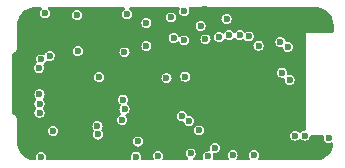
<source format=gbr>
%TF.GenerationSoftware,KiCad,Pcbnew,(6.0.4)*%
%TF.CreationDate,2022-11-15T14:04:26+01:00*%
%TF.ProjectId,tk1,746b312e-6b69-4636-9164-5f7063625858,rev?*%
%TF.SameCoordinates,Original*%
%TF.FileFunction,Copper,L2,Inr*%
%TF.FilePolarity,Positive*%
%FSLAX46Y46*%
G04 Gerber Fmt 4.6, Leading zero omitted, Abs format (unit mm)*
G04 Created by KiCad (PCBNEW (6.0.4)) date 2022-11-15 14:04:26*
%MOMM*%
%LPD*%
G01*
G04 APERTURE LIST*
%TA.AperFunction,ViaPad*%
%ADD10C,0.600000*%
%TD*%
G04 APERTURE END LIST*
D10*
%TO.N,GND*%
X113700000Y-91262489D03*
X126850000Y-89100000D03*
X109499292Y-92457430D03*
X105643750Y-92350000D03*
X114400000Y-100200000D03*
X102200000Y-90500000D03*
X107017510Y-95517510D03*
X112200000Y-91600000D03*
X117900000Y-96100000D03*
X116900000Y-95100000D03*
X114080000Y-98030000D03*
X110450000Y-90350000D03*
X116345293Y-87690236D03*
X119850000Y-94100000D03*
X118900000Y-93100000D03*
X102800000Y-90200000D03*
X102987526Y-89456771D03*
X124200000Y-91350000D03*
X102200000Y-91150000D03*
X111450000Y-91600000D03*
X113250000Y-91750000D03*
X114400000Y-99524500D03*
X117900000Y-94100000D03*
X105593750Y-89200000D03*
X118900000Y-95100000D03*
X122700000Y-89500000D03*
X108600500Y-99100000D03*
X106500000Y-99200000D03*
X120500000Y-87950000D03*
X119850000Y-96100000D03*
X102400000Y-98000000D03*
X102400000Y-97350000D03*
X124500000Y-92000000D03*
X120900000Y-95100000D03*
X111400000Y-89850000D03*
X115800000Y-92050000D03*
X118850000Y-97100000D03*
%TO.N,+5V*%
X105543750Y-88200000D03*
X105593750Y-91250000D03*
X102500000Y-91950000D03*
X103500000Y-98000000D03*
X102300000Y-92650000D03*
X102350000Y-95700000D03*
X102800000Y-88050000D03*
X102350000Y-96450000D03*
%TO.N,+3V3*%
X114700000Y-93400000D03*
X123371981Y-90871981D03*
X111400000Y-88850000D03*
X119300000Y-89900000D03*
X107256692Y-97601839D03*
X123522528Y-93677472D03*
X116610383Y-100162874D03*
X109550000Y-96150000D03*
X114599988Y-90338489D03*
X109543750Y-91350000D03*
X109350000Y-97050000D03*
X109400000Y-95350000D03*
X120050000Y-90000000D03*
X126850000Y-98600000D03*
X113700000Y-90150000D03*
%TO.N,+2V5*%
X111400000Y-90800000D03*
X113100000Y-93550000D03*
X107300000Y-98300000D03*
%TO.N,+1V2*%
X122900238Y-93064220D03*
X115875683Y-97957964D03*
X110518912Y-100172510D03*
X109750000Y-88100000D03*
%TO.N,APP_CDONE*%
X122750000Y-90450000D03*
%TO.N,APP_CRESET*%
X116400000Y-90250000D03*
X120896377Y-90771778D03*
%TO.N,APP_ICE_SCK*%
X113500000Y-88388000D03*
X117562000Y-90050000D03*
%TO.N,SPI_VCC_OK*%
X107400000Y-93450000D03*
X102463948Y-100180819D03*
%TO.N,INTERFACE_TX*%
X110707631Y-98894377D03*
%TO.N,Net-(P1-PadA5)*%
X102346800Y-94903200D03*
X103206258Y-91637342D03*
%TO.N,APP_ICE_SS*%
X118183368Y-88496982D03*
%TO.N,APP_ICE_MOSI*%
X115986240Y-89094334D03*
%TO.N,APP_ICE_MISO*%
X118400000Y-89900000D03*
X114606642Y-87860883D03*
%TO.N,INTERFACE_RX*%
X112400000Y-100100000D03*
%TO.N,INTERFACE_RTS*%
X115001531Y-97152723D03*
X115142397Y-99910606D03*
%TO.N,INTERFACE_CTS*%
X117188553Y-99431165D03*
X114400000Y-96762000D03*
%TO.N,APP_GPIO1*%
X118700000Y-100050000D03*
%TO.N,APP_GPIO2*%
X120500000Y-100050000D03*
%TO.N,APP_GPIO3*%
X124000000Y-98400500D03*
%TO.N,APP_GPIO4*%
X124796800Y-98396800D03*
%TD*%
%TA.AperFunction,Conductor*%
%TO.N,GND*%
G36*
X102511683Y-87520502D02*
G01*
X102558176Y-87574158D01*
X102568280Y-87644432D01*
X102538786Y-87709012D01*
X102532657Y-87715595D01*
X102451472Y-87796780D01*
X102390281Y-87916874D01*
X102388731Y-87926663D01*
X102388730Y-87926665D01*
X102383761Y-87958041D01*
X102369196Y-88050000D01*
X102370747Y-88059793D01*
X102384790Y-88148454D01*
X102390281Y-88183126D01*
X102451472Y-88303220D01*
X102546780Y-88398528D01*
X102666874Y-88459719D01*
X102676663Y-88461269D01*
X102676665Y-88461270D01*
X102790207Y-88479253D01*
X102800000Y-88480804D01*
X102809793Y-88479253D01*
X102923335Y-88461270D01*
X102923337Y-88461269D01*
X102933126Y-88459719D01*
X103053220Y-88398528D01*
X103148528Y-88303220D01*
X103201121Y-88200000D01*
X105112946Y-88200000D01*
X105114497Y-88209793D01*
X105127896Y-88294388D01*
X105134031Y-88333126D01*
X105195222Y-88453220D01*
X105290530Y-88548528D01*
X105410624Y-88609719D01*
X105420413Y-88611269D01*
X105420415Y-88611270D01*
X105533957Y-88629253D01*
X105543750Y-88630804D01*
X105553543Y-88629253D01*
X105667085Y-88611270D01*
X105667087Y-88611269D01*
X105676876Y-88609719D01*
X105796970Y-88548528D01*
X105892278Y-88453220D01*
X105953469Y-88333126D01*
X105959605Y-88294388D01*
X105973003Y-88209793D01*
X105974554Y-88200000D01*
X105962060Y-88121114D01*
X105955020Y-88076665D01*
X105955019Y-88076663D01*
X105953469Y-88066874D01*
X105892278Y-87946780D01*
X105796970Y-87851472D01*
X105676876Y-87790281D01*
X105667087Y-87788731D01*
X105667085Y-87788730D01*
X105553543Y-87770747D01*
X105543750Y-87769196D01*
X105533957Y-87770747D01*
X105420415Y-87788730D01*
X105420413Y-87788731D01*
X105410624Y-87790281D01*
X105290530Y-87851472D01*
X105195222Y-87946780D01*
X105134031Y-88066874D01*
X105132481Y-88076663D01*
X105132480Y-88076665D01*
X105125440Y-88121114D01*
X105112946Y-88200000D01*
X103201121Y-88200000D01*
X103209719Y-88183126D01*
X103215211Y-88148454D01*
X103229253Y-88059793D01*
X103230804Y-88050000D01*
X103216239Y-87958041D01*
X103211270Y-87926665D01*
X103211269Y-87926663D01*
X103209719Y-87916874D01*
X103148528Y-87796780D01*
X103067343Y-87715595D01*
X103033317Y-87653283D01*
X103038382Y-87582468D01*
X103080929Y-87525632D01*
X103147449Y-87500821D01*
X103156438Y-87500500D01*
X109464512Y-87500500D01*
X109532633Y-87520502D01*
X109579126Y-87574158D01*
X109589230Y-87644432D01*
X109559736Y-87709012D01*
X109521715Y-87738767D01*
X109496780Y-87751472D01*
X109401472Y-87846780D01*
X109340281Y-87966874D01*
X109338731Y-87976663D01*
X109338730Y-87976665D01*
X109328783Y-88039472D01*
X109319196Y-88100000D01*
X109320747Y-88109793D01*
X109338232Y-88220186D01*
X109340281Y-88233126D01*
X109401472Y-88353220D01*
X109496780Y-88448528D01*
X109616874Y-88509719D01*
X109626663Y-88511269D01*
X109626665Y-88511270D01*
X109740207Y-88529253D01*
X109750000Y-88530804D01*
X109759793Y-88529253D01*
X109873335Y-88511270D01*
X109873337Y-88511269D01*
X109883126Y-88509719D01*
X110003220Y-88448528D01*
X110063748Y-88388000D01*
X113069196Y-88388000D01*
X113070747Y-88397793D01*
X113088279Y-88508483D01*
X113090281Y-88521126D01*
X113151472Y-88641220D01*
X113246780Y-88736528D01*
X113366874Y-88797719D01*
X113376663Y-88799269D01*
X113376665Y-88799270D01*
X113490207Y-88817253D01*
X113500000Y-88818804D01*
X113509793Y-88817253D01*
X113623335Y-88799270D01*
X113623337Y-88799269D01*
X113633126Y-88797719D01*
X113753220Y-88736528D01*
X113848528Y-88641220D01*
X113909719Y-88521126D01*
X113911722Y-88508483D01*
X113913544Y-88496982D01*
X117752564Y-88496982D01*
X117754115Y-88506775D01*
X117770420Y-88609719D01*
X117773649Y-88630108D01*
X117834840Y-88750202D01*
X117930148Y-88845510D01*
X118050242Y-88906701D01*
X118060031Y-88908251D01*
X118060033Y-88908252D01*
X118173575Y-88926235D01*
X118183368Y-88927786D01*
X118193161Y-88926235D01*
X118306703Y-88908252D01*
X118306705Y-88908251D01*
X118316494Y-88906701D01*
X118436588Y-88845510D01*
X118531896Y-88750202D01*
X118593087Y-88630108D01*
X118596317Y-88609719D01*
X118612621Y-88506775D01*
X118614172Y-88496982D01*
X118607241Y-88453220D01*
X118594638Y-88373647D01*
X118594637Y-88373645D01*
X118593087Y-88363856D01*
X118531896Y-88243762D01*
X118436588Y-88148454D01*
X118316494Y-88087263D01*
X118306705Y-88085713D01*
X118306703Y-88085712D01*
X118193161Y-88067729D01*
X118183368Y-88066178D01*
X118173575Y-88067729D01*
X118060033Y-88085712D01*
X118060031Y-88085713D01*
X118050242Y-88087263D01*
X117930148Y-88148454D01*
X117834840Y-88243762D01*
X117773649Y-88363856D01*
X117772099Y-88373645D01*
X117772098Y-88373647D01*
X117759495Y-88453220D01*
X117752564Y-88496982D01*
X113913544Y-88496982D01*
X113929253Y-88397793D01*
X113930804Y-88388000D01*
X113925581Y-88355023D01*
X113911270Y-88264665D01*
X113911269Y-88264663D01*
X113909719Y-88254874D01*
X113848528Y-88134780D01*
X113753220Y-88039472D01*
X113633126Y-87978281D01*
X113623337Y-87976731D01*
X113623335Y-87976730D01*
X113509793Y-87958747D01*
X113500000Y-87957196D01*
X113490207Y-87958747D01*
X113376665Y-87976730D01*
X113376663Y-87976731D01*
X113366874Y-87978281D01*
X113246780Y-88039472D01*
X113151472Y-88134780D01*
X113090281Y-88254874D01*
X113088731Y-88264663D01*
X113088730Y-88264665D01*
X113074419Y-88355023D01*
X113069196Y-88388000D01*
X110063748Y-88388000D01*
X110098528Y-88353220D01*
X110159719Y-88233126D01*
X110161769Y-88220186D01*
X110179253Y-88109793D01*
X110180804Y-88100000D01*
X110171217Y-88039472D01*
X110161270Y-87976665D01*
X110161269Y-87976663D01*
X110159719Y-87966874D01*
X110098528Y-87846780D01*
X110003220Y-87751472D01*
X109978285Y-87738767D01*
X109926670Y-87690019D01*
X109909604Y-87621104D01*
X109932505Y-87553902D01*
X109988102Y-87509750D01*
X110035488Y-87500500D01*
X114107103Y-87500500D01*
X114175224Y-87520502D01*
X114221717Y-87574158D01*
X114231821Y-87644432D01*
X114219369Y-87683704D01*
X114201424Y-87718922D01*
X114201423Y-87718926D01*
X114196923Y-87727757D01*
X114195373Y-87737546D01*
X114195372Y-87737548D01*
X114192056Y-87758483D01*
X114175838Y-87860883D01*
X114177389Y-87870676D01*
X114190842Y-87955612D01*
X114196923Y-87994009D01*
X114258114Y-88114103D01*
X114353422Y-88209411D01*
X114473516Y-88270602D01*
X114483305Y-88272152D01*
X114483307Y-88272153D01*
X114596849Y-88290136D01*
X114606642Y-88291687D01*
X114616435Y-88290136D01*
X114729977Y-88272153D01*
X114729979Y-88272152D01*
X114739768Y-88270602D01*
X114859862Y-88209411D01*
X114955170Y-88114103D01*
X115016361Y-87994009D01*
X115022443Y-87955612D01*
X115035895Y-87870676D01*
X115037446Y-87860883D01*
X115021228Y-87758483D01*
X115017912Y-87737548D01*
X115017911Y-87737546D01*
X115016361Y-87727757D01*
X115011861Y-87718926D01*
X115011860Y-87718922D01*
X114993915Y-87683704D01*
X114980810Y-87613927D01*
X115007510Y-87548142D01*
X115065537Y-87507235D01*
X115106181Y-87500500D01*
X125655152Y-87500500D01*
X125674536Y-87502000D01*
X125685567Y-87503718D01*
X125685571Y-87503718D01*
X125694440Y-87505099D01*
X125706517Y-87503520D01*
X125731837Y-87502777D01*
X125865751Y-87512355D01*
X125911526Y-87515629D01*
X125929320Y-87518188D01*
X126127741Y-87561352D01*
X126144990Y-87566416D01*
X126188028Y-87582468D01*
X126335248Y-87637378D01*
X126351595Y-87644843D01*
X126529817Y-87742161D01*
X126544934Y-87751876D01*
X126596237Y-87790281D01*
X126707496Y-87873568D01*
X126721082Y-87885341D01*
X126864659Y-88028918D01*
X126876432Y-88042504D01*
X126996129Y-88202400D01*
X126998122Y-88205063D01*
X127007839Y-88220183D01*
X127099475Y-88388000D01*
X127105155Y-88398402D01*
X127112622Y-88414752D01*
X127143292Y-88496982D01*
X127183584Y-88605010D01*
X127188648Y-88622259D01*
X127231812Y-88820680D01*
X127234371Y-88838474D01*
X127246760Y-89011696D01*
X127246142Y-89026590D01*
X127246392Y-89026593D01*
X127246282Y-89035569D01*
X127244901Y-89044440D01*
X127246065Y-89053342D01*
X127246065Y-89053345D01*
X127248436Y-89071473D01*
X127249500Y-89087810D01*
X127249500Y-89574000D01*
X127229498Y-89642121D01*
X127175842Y-89688614D01*
X127123500Y-89700000D01*
X124900000Y-89700000D01*
X124900000Y-97842036D01*
X124879998Y-97910157D01*
X124826342Y-97956650D01*
X124793711Y-97966485D01*
X124673465Y-97985530D01*
X124673463Y-97985531D01*
X124663674Y-97987081D01*
X124543580Y-98048272D01*
X124485645Y-98106207D01*
X124423333Y-98140233D01*
X124352518Y-98135168D01*
X124307455Y-98106207D01*
X124253220Y-98051972D01*
X124133126Y-97990781D01*
X124123337Y-97989231D01*
X124123335Y-97989230D01*
X124009793Y-97971247D01*
X124000000Y-97969696D01*
X123990207Y-97971247D01*
X123876665Y-97989230D01*
X123876663Y-97989231D01*
X123866874Y-97990781D01*
X123746780Y-98051972D01*
X123651472Y-98147280D01*
X123590281Y-98267374D01*
X123588731Y-98277163D01*
X123588730Y-98277165D01*
X123574394Y-98367683D01*
X123569196Y-98400500D01*
X123570747Y-98410293D01*
X123582280Y-98483107D01*
X123590281Y-98533626D01*
X123651472Y-98653720D01*
X123746780Y-98749028D01*
X123866874Y-98810219D01*
X123876663Y-98811769D01*
X123876665Y-98811770D01*
X123990207Y-98829753D01*
X124000000Y-98831304D01*
X124009793Y-98829753D01*
X124123335Y-98811770D01*
X124123337Y-98811769D01*
X124133126Y-98810219D01*
X124253220Y-98749028D01*
X124311155Y-98691093D01*
X124373467Y-98657067D01*
X124444282Y-98662132D01*
X124489345Y-98691093D01*
X124543580Y-98745328D01*
X124663674Y-98806519D01*
X124673463Y-98808069D01*
X124673465Y-98808070D01*
X124787007Y-98826053D01*
X124796800Y-98827604D01*
X124806593Y-98826053D01*
X124920135Y-98808070D01*
X124920137Y-98808069D01*
X124929926Y-98806519D01*
X125050020Y-98745328D01*
X125145328Y-98650020D01*
X125206519Y-98529926D01*
X125213935Y-98483107D01*
X125218182Y-98456289D01*
X125248595Y-98392136D01*
X125308863Y-98354609D01*
X125342631Y-98350000D01*
X126311265Y-98350000D01*
X126379386Y-98370002D01*
X126425879Y-98423658D01*
X126435714Y-98495710D01*
X126419196Y-98600000D01*
X126420747Y-98609793D01*
X126436574Y-98709719D01*
X126440281Y-98733126D01*
X126501472Y-98853220D01*
X126596780Y-98948528D01*
X126716874Y-99009719D01*
X126726663Y-99011269D01*
X126726665Y-99011270D01*
X126840207Y-99029253D01*
X126850000Y-99030804D01*
X126859793Y-99029253D01*
X126973335Y-99011270D01*
X126973337Y-99011269D01*
X126983126Y-99009719D01*
X126991957Y-99005219D01*
X126991961Y-99005218D01*
X127056341Y-98972414D01*
X127126118Y-98959309D01*
X127191903Y-98986009D01*
X127232810Y-99044036D01*
X127239224Y-99093668D01*
X127234371Y-99161525D01*
X127231812Y-99179320D01*
X127188648Y-99377741D01*
X127183584Y-99394990D01*
X127122943Y-99557578D01*
X127112624Y-99585244D01*
X127105157Y-99601595D01*
X127013939Y-99768647D01*
X127007841Y-99779814D01*
X126998124Y-99794934D01*
X126912246Y-99909654D01*
X126876432Y-99957496D01*
X126864659Y-99971082D01*
X126721082Y-100114659D01*
X126707495Y-100126432D01*
X126553170Y-100241959D01*
X126544937Y-100248122D01*
X126529817Y-100257839D01*
X126351595Y-100355157D01*
X126335248Y-100362622D01*
X126272371Y-100386074D01*
X126144990Y-100433584D01*
X126127741Y-100438648D01*
X125929320Y-100481812D01*
X125911526Y-100484371D01*
X125738304Y-100496760D01*
X125723410Y-100496142D01*
X125723407Y-100496392D01*
X125714431Y-100496282D01*
X125705560Y-100494901D01*
X125696658Y-100496065D01*
X125696655Y-100496065D01*
X125678527Y-100498436D01*
X125662190Y-100499500D01*
X120951294Y-100499500D01*
X120883173Y-100479498D01*
X120836680Y-100425842D01*
X120826576Y-100355568D01*
X120847342Y-100304406D01*
X120848528Y-100303220D01*
X120909719Y-100183126D01*
X120911401Y-100172510D01*
X120929253Y-100059793D01*
X120930804Y-100050000D01*
X120926197Y-100020915D01*
X120911270Y-99926665D01*
X120911269Y-99926663D01*
X120909719Y-99916874D01*
X120848528Y-99796780D01*
X120753220Y-99701472D01*
X120633126Y-99640281D01*
X120623337Y-99638731D01*
X120623335Y-99638730D01*
X120509793Y-99620747D01*
X120500000Y-99619196D01*
X120490207Y-99620747D01*
X120376665Y-99638730D01*
X120376663Y-99638731D01*
X120366874Y-99640281D01*
X120246780Y-99701472D01*
X120151472Y-99796780D01*
X120090281Y-99916874D01*
X120088731Y-99926663D01*
X120088730Y-99926665D01*
X120073803Y-100020915D01*
X120069196Y-100050000D01*
X120070747Y-100059793D01*
X120088600Y-100172510D01*
X120090281Y-100183126D01*
X120151472Y-100303220D01*
X120152279Y-100304027D01*
X120174501Y-100366307D01*
X120158420Y-100435458D01*
X120107506Y-100484939D01*
X120048706Y-100499500D01*
X119151294Y-100499500D01*
X119083173Y-100479498D01*
X119036680Y-100425842D01*
X119026576Y-100355568D01*
X119047342Y-100304406D01*
X119048528Y-100303220D01*
X119109719Y-100183126D01*
X119111401Y-100172510D01*
X119129253Y-100059793D01*
X119130804Y-100050000D01*
X119126197Y-100020915D01*
X119111270Y-99926665D01*
X119111269Y-99926663D01*
X119109719Y-99916874D01*
X119048528Y-99796780D01*
X118953220Y-99701472D01*
X118833126Y-99640281D01*
X118823337Y-99638731D01*
X118823335Y-99638730D01*
X118709793Y-99620747D01*
X118700000Y-99619196D01*
X118690207Y-99620747D01*
X118576665Y-99638730D01*
X118576663Y-99638731D01*
X118566874Y-99640281D01*
X118446780Y-99701472D01*
X118351472Y-99796780D01*
X118290281Y-99916874D01*
X118288731Y-99926663D01*
X118288730Y-99926665D01*
X118273803Y-100020915D01*
X118269196Y-100050000D01*
X118270747Y-100059793D01*
X118288600Y-100172510D01*
X118290281Y-100183126D01*
X118351472Y-100303220D01*
X118352279Y-100304027D01*
X118374501Y-100366307D01*
X118358420Y-100435458D01*
X118307506Y-100484939D01*
X118248706Y-100499500D01*
X117122027Y-100499500D01*
X117053906Y-100479498D01*
X117007413Y-100425842D01*
X116997309Y-100355568D01*
X117009761Y-100316296D01*
X117015601Y-100304835D01*
X117015602Y-100304831D01*
X117020102Y-100296000D01*
X117024305Y-100269467D01*
X117039636Y-100172667D01*
X117041187Y-100162874D01*
X117035415Y-100126432D01*
X117021653Y-100039538D01*
X117021652Y-100039535D01*
X117020102Y-100029748D01*
X117015601Y-100020914D01*
X117015310Y-100020019D01*
X117013281Y-99949052D01*
X117049942Y-99888253D01*
X117113654Y-99856927D01*
X117154851Y-99856632D01*
X117178757Y-99860418D01*
X117178760Y-99860418D01*
X117188553Y-99861969D01*
X117198346Y-99860418D01*
X117311888Y-99842435D01*
X117311890Y-99842434D01*
X117321679Y-99840884D01*
X117441773Y-99779693D01*
X117537081Y-99684385D01*
X117598272Y-99564291D01*
X117602531Y-99537404D01*
X117617806Y-99440958D01*
X117619357Y-99431165D01*
X117613695Y-99395416D01*
X117599823Y-99307830D01*
X117599822Y-99307828D01*
X117598272Y-99298039D01*
X117537081Y-99177945D01*
X117441773Y-99082637D01*
X117321679Y-99021446D01*
X117311890Y-99019896D01*
X117311888Y-99019895D01*
X117198346Y-99001912D01*
X117188553Y-99000361D01*
X117178760Y-99001912D01*
X117065218Y-99019895D01*
X117065216Y-99019896D01*
X117055427Y-99021446D01*
X116935333Y-99082637D01*
X116840025Y-99177945D01*
X116778834Y-99298039D01*
X116777284Y-99307828D01*
X116777283Y-99307830D01*
X116763411Y-99395416D01*
X116757749Y-99431165D01*
X116759300Y-99440958D01*
X116774576Y-99537404D01*
X116778834Y-99564291D01*
X116783335Y-99573124D01*
X116783626Y-99574020D01*
X116785655Y-99644987D01*
X116748994Y-99705786D01*
X116685282Y-99737112D01*
X116644085Y-99737407D01*
X116620179Y-99733621D01*
X116620176Y-99733621D01*
X116610383Y-99732070D01*
X116600590Y-99733621D01*
X116487048Y-99751604D01*
X116487046Y-99751605D01*
X116477257Y-99753155D01*
X116357163Y-99814346D01*
X116261855Y-99909654D01*
X116200664Y-100029748D01*
X116199114Y-100039537D01*
X116199113Y-100039539D01*
X116185351Y-100126432D01*
X116179579Y-100162874D01*
X116181130Y-100172667D01*
X116196462Y-100269467D01*
X116200664Y-100296000D01*
X116205164Y-100304831D01*
X116205165Y-100304835D01*
X116211005Y-100316296D01*
X116224110Y-100386073D01*
X116197410Y-100451858D01*
X116139383Y-100492765D01*
X116098739Y-100499500D01*
X115448700Y-100499500D01*
X115380579Y-100479498D01*
X115334086Y-100425842D01*
X115323982Y-100355568D01*
X115353476Y-100290988D01*
X115379562Y-100270574D01*
X115378757Y-100269467D01*
X115386785Y-100263634D01*
X115395617Y-100259134D01*
X115490925Y-100163826D01*
X115552116Y-100043732D01*
X115565775Y-99957496D01*
X115571650Y-99920399D01*
X115573201Y-99910606D01*
X115564699Y-99856927D01*
X115553667Y-99787271D01*
X115553666Y-99787269D01*
X115552116Y-99777480D01*
X115490925Y-99657386D01*
X115395617Y-99562078D01*
X115275523Y-99500887D01*
X115265734Y-99499337D01*
X115265732Y-99499336D01*
X115152190Y-99481353D01*
X115142397Y-99479802D01*
X115132604Y-99481353D01*
X115019062Y-99499336D01*
X115019060Y-99499337D01*
X115009271Y-99500887D01*
X114889177Y-99562078D01*
X114793869Y-99657386D01*
X114732678Y-99777480D01*
X114731128Y-99787269D01*
X114731127Y-99787271D01*
X114720095Y-99856927D01*
X114711593Y-99910606D01*
X114713144Y-99920399D01*
X114719020Y-99957496D01*
X114732678Y-100043732D01*
X114793869Y-100163826D01*
X114889177Y-100259134D01*
X114898009Y-100263634D01*
X114906037Y-100269467D01*
X114904400Y-100271720D01*
X114944909Y-100309976D01*
X114961979Y-100378890D01*
X114939081Y-100446093D01*
X114883485Y-100490248D01*
X114836094Y-100499500D01*
X112879608Y-100499500D01*
X112811487Y-100479498D01*
X112764994Y-100425842D01*
X112754890Y-100355568D01*
X112767341Y-100316297D01*
X112768271Y-100314472D01*
X112809719Y-100233126D01*
X112830804Y-100100000D01*
X112822754Y-100049175D01*
X112811270Y-99976665D01*
X112811269Y-99976663D01*
X112809719Y-99966874D01*
X112748528Y-99846780D01*
X112653220Y-99751472D01*
X112533126Y-99690281D01*
X112523337Y-99688731D01*
X112523335Y-99688730D01*
X112409793Y-99670747D01*
X112400000Y-99669196D01*
X112390207Y-99670747D01*
X112276665Y-99688730D01*
X112276663Y-99688731D01*
X112266874Y-99690281D01*
X112146780Y-99751472D01*
X112051472Y-99846780D01*
X111990281Y-99966874D01*
X111988731Y-99976663D01*
X111988730Y-99976665D01*
X111977246Y-100049175D01*
X111969196Y-100100000D01*
X111990281Y-100233126D01*
X112031729Y-100314472D01*
X112032659Y-100316297D01*
X112045763Y-100386074D01*
X112019063Y-100451858D01*
X111961036Y-100492765D01*
X111920392Y-100499500D01*
X111035466Y-100499500D01*
X110967345Y-100479498D01*
X110920852Y-100425842D01*
X110910748Y-100355568D01*
X110923199Y-100316298D01*
X110924129Y-100314472D01*
X110924129Y-100314471D01*
X110928631Y-100305636D01*
X110937668Y-100248582D01*
X110948165Y-100182303D01*
X110949716Y-100172510D01*
X110941563Y-100121034D01*
X110930182Y-100049175D01*
X110930181Y-100049173D01*
X110928631Y-100039384D01*
X110867440Y-99919290D01*
X110772132Y-99823982D01*
X110652038Y-99762791D01*
X110642249Y-99761241D01*
X110642247Y-99761240D01*
X110528705Y-99743257D01*
X110518912Y-99741706D01*
X110509119Y-99743257D01*
X110395577Y-99761240D01*
X110395575Y-99761241D01*
X110385786Y-99762791D01*
X110265692Y-99823982D01*
X110170384Y-99919290D01*
X110109193Y-100039384D01*
X110107643Y-100049173D01*
X110107642Y-100049175D01*
X110096261Y-100121034D01*
X110088108Y-100172510D01*
X110089659Y-100182303D01*
X110100157Y-100248582D01*
X110109193Y-100305636D01*
X110113695Y-100314471D01*
X110113695Y-100314472D01*
X110114625Y-100316298D01*
X110115087Y-100318756D01*
X110116759Y-100323903D01*
X110116094Y-100324119D01*
X110127729Y-100386074D01*
X110101029Y-100451859D01*
X110043001Y-100492765D01*
X110002358Y-100499500D01*
X102984736Y-100499500D01*
X102916615Y-100479498D01*
X102870122Y-100425842D01*
X102860018Y-100355568D01*
X102867298Y-100332601D01*
X102866101Y-100332212D01*
X102869167Y-100322778D01*
X102873667Y-100313945D01*
X102884020Y-100248582D01*
X102893201Y-100190612D01*
X102894752Y-100180819D01*
X102885283Y-100121034D01*
X102875218Y-100057484D01*
X102875217Y-100057482D01*
X102873667Y-100047693D01*
X102812476Y-99927599D01*
X102717168Y-99832291D01*
X102597074Y-99771100D01*
X102587285Y-99769550D01*
X102587283Y-99769549D01*
X102473741Y-99751566D01*
X102463948Y-99750015D01*
X102454155Y-99751566D01*
X102340613Y-99769549D01*
X102340611Y-99769550D01*
X102330822Y-99771100D01*
X102210728Y-99832291D01*
X102115420Y-99927599D01*
X102054229Y-100047693D01*
X102052679Y-100057482D01*
X102052678Y-100057484D01*
X102042613Y-100121034D01*
X102033144Y-100180819D01*
X102054229Y-100313945D01*
X102058731Y-100322780D01*
X102061116Y-100330121D01*
X102063144Y-100401089D01*
X102026481Y-100461887D01*
X101962769Y-100493212D01*
X101932394Y-100494744D01*
X101788086Y-100484535D01*
X101770281Y-100481988D01*
X101571855Y-100438951D01*
X101554584Y-100433890D01*
X101364317Y-100363025D01*
X101347944Y-100355555D01*
X101289935Y-100323903D01*
X101169713Y-100258305D01*
X101154581Y-100248585D01*
X100992017Y-100126931D01*
X100978415Y-100115146D01*
X100834854Y-99971585D01*
X100823069Y-99957983D01*
X100799632Y-99926665D01*
X100701415Y-99795419D01*
X100691695Y-99780287D01*
X100594445Y-99602056D01*
X100586975Y-99585683D01*
X100586812Y-99585244D01*
X100548117Y-99481353D01*
X100516110Y-99395416D01*
X100511049Y-99378146D01*
X100495798Y-99307830D01*
X100468012Y-99179719D01*
X100465464Y-99161909D01*
X100453210Y-98988682D01*
X100453840Y-98973797D01*
X100453588Y-98973794D01*
X100453706Y-98964814D01*
X100455094Y-98955947D01*
X100453600Y-98944440D01*
X100451550Y-98928664D01*
X100450500Y-98912433D01*
X100450500Y-98894377D01*
X110276827Y-98894377D01*
X110278378Y-98904170D01*
X110289505Y-98974421D01*
X110297912Y-99027503D01*
X110359103Y-99147597D01*
X110454411Y-99242905D01*
X110574505Y-99304096D01*
X110584294Y-99305646D01*
X110584296Y-99305647D01*
X110697838Y-99323630D01*
X110707631Y-99325181D01*
X110717424Y-99323630D01*
X110830966Y-99305647D01*
X110830968Y-99305646D01*
X110840757Y-99304096D01*
X110960851Y-99242905D01*
X111056159Y-99147597D01*
X111117350Y-99027503D01*
X111125758Y-98974421D01*
X111136884Y-98904170D01*
X111138435Y-98894377D01*
X111133027Y-98860231D01*
X111118901Y-98771042D01*
X111118900Y-98771040D01*
X111117350Y-98761251D01*
X111056159Y-98641157D01*
X110960851Y-98545849D01*
X110840757Y-98484658D01*
X110830968Y-98483108D01*
X110830966Y-98483107D01*
X110717424Y-98465124D01*
X110707631Y-98463573D01*
X110697838Y-98465124D01*
X110584296Y-98483107D01*
X110584294Y-98483108D01*
X110574505Y-98484658D01*
X110454411Y-98545849D01*
X110359103Y-98641157D01*
X110297912Y-98761251D01*
X110296362Y-98771040D01*
X110296361Y-98771042D01*
X110282235Y-98860231D01*
X110276827Y-98894377D01*
X100450500Y-98894377D01*
X100450500Y-98000000D01*
X103069196Y-98000000D01*
X103070747Y-98009793D01*
X103077428Y-98051972D01*
X103090281Y-98133126D01*
X103151472Y-98253220D01*
X103246780Y-98348528D01*
X103366874Y-98409719D01*
X103376663Y-98411269D01*
X103376665Y-98411270D01*
X103490207Y-98429253D01*
X103500000Y-98430804D01*
X103509793Y-98429253D01*
X103623335Y-98411270D01*
X103623337Y-98411269D01*
X103633126Y-98409719D01*
X103753220Y-98348528D01*
X103848528Y-98253220D01*
X103909719Y-98133126D01*
X103922573Y-98051972D01*
X103929253Y-98009793D01*
X103930804Y-98000000D01*
X103923938Y-97956650D01*
X103911270Y-97876665D01*
X103911269Y-97876663D01*
X103909719Y-97866874D01*
X103848528Y-97746780D01*
X103753220Y-97651472D01*
X103655810Y-97601839D01*
X106825888Y-97601839D01*
X106846973Y-97734965D01*
X106908164Y-97855059D01*
X106938941Y-97885836D01*
X106972967Y-97948148D01*
X106967902Y-98018963D01*
X106954705Y-98043547D01*
X106951472Y-98046780D01*
X106890281Y-98166874D01*
X106888731Y-98176663D01*
X106888730Y-98176665D01*
X106878175Y-98243309D01*
X106869196Y-98300000D01*
X106870747Y-98309793D01*
X106886665Y-98410293D01*
X106890281Y-98433126D01*
X106951472Y-98553220D01*
X107046780Y-98648528D01*
X107166874Y-98709719D01*
X107176663Y-98711269D01*
X107176665Y-98711270D01*
X107290207Y-98729253D01*
X107300000Y-98730804D01*
X107309793Y-98729253D01*
X107423335Y-98711270D01*
X107423337Y-98711269D01*
X107433126Y-98709719D01*
X107553220Y-98648528D01*
X107648528Y-98553220D01*
X107709719Y-98433126D01*
X107713336Y-98410293D01*
X107729253Y-98309793D01*
X107730804Y-98300000D01*
X107721825Y-98243309D01*
X107711270Y-98176665D01*
X107711269Y-98176663D01*
X107709719Y-98166874D01*
X107648528Y-98046780D01*
X107617751Y-98016003D01*
X107586058Y-97957964D01*
X115444879Y-97957964D01*
X115446430Y-97967757D01*
X115459056Y-98047472D01*
X115465964Y-98091090D01*
X115527155Y-98211184D01*
X115622463Y-98306492D01*
X115742557Y-98367683D01*
X115752346Y-98369233D01*
X115752348Y-98369234D01*
X115865890Y-98387217D01*
X115875683Y-98388768D01*
X115885476Y-98387217D01*
X115999018Y-98369234D01*
X115999020Y-98369233D01*
X116008809Y-98367683D01*
X116128903Y-98306492D01*
X116224211Y-98211184D01*
X116285402Y-98091090D01*
X116292311Y-98047472D01*
X116304936Y-97967757D01*
X116306487Y-97957964D01*
X116304932Y-97948148D01*
X116286953Y-97834629D01*
X116286952Y-97834627D01*
X116285402Y-97824838D01*
X116224211Y-97704744D01*
X116128903Y-97609436D01*
X116008809Y-97548245D01*
X115999020Y-97546695D01*
X115999018Y-97546694D01*
X115885476Y-97528711D01*
X115875683Y-97527160D01*
X115865890Y-97528711D01*
X115752348Y-97546694D01*
X115752346Y-97546695D01*
X115742557Y-97548245D01*
X115622463Y-97609436D01*
X115527155Y-97704744D01*
X115465964Y-97824838D01*
X115464414Y-97834627D01*
X115464413Y-97834629D01*
X115446434Y-97948148D01*
X115444879Y-97957964D01*
X107586058Y-97957964D01*
X107583725Y-97953691D01*
X107588790Y-97882876D01*
X107601987Y-97858292D01*
X107605220Y-97855059D01*
X107666411Y-97734965D01*
X107687496Y-97601839D01*
X107680543Y-97557941D01*
X107667962Y-97478504D01*
X107667961Y-97478502D01*
X107666411Y-97468713D01*
X107605220Y-97348619D01*
X107509912Y-97253311D01*
X107389818Y-97192120D01*
X107380029Y-97190570D01*
X107380027Y-97190569D01*
X107266485Y-97172586D01*
X107256692Y-97171035D01*
X107246899Y-97172586D01*
X107133357Y-97190569D01*
X107133355Y-97190570D01*
X107123566Y-97192120D01*
X107003472Y-97253311D01*
X106908164Y-97348619D01*
X106846973Y-97468713D01*
X106845423Y-97478502D01*
X106845422Y-97478504D01*
X106832841Y-97557941D01*
X106825888Y-97601839D01*
X103655810Y-97601839D01*
X103633126Y-97590281D01*
X103623337Y-97588731D01*
X103623335Y-97588730D01*
X103509793Y-97570747D01*
X103500000Y-97569196D01*
X103490207Y-97570747D01*
X103376665Y-97588730D01*
X103376663Y-97588731D01*
X103366874Y-97590281D01*
X103246780Y-97651472D01*
X103151472Y-97746780D01*
X103090281Y-97866874D01*
X103088731Y-97876663D01*
X103088730Y-97876665D01*
X103076062Y-97956650D01*
X103069196Y-98000000D01*
X100450500Y-98000000D01*
X100450500Y-97116055D01*
X100451839Y-97104353D01*
X100451319Y-97104312D01*
X100452058Y-97094921D01*
X100454185Y-97085745D01*
X100452348Y-97059793D01*
X100451654Y-97050000D01*
X108919196Y-97050000D01*
X108920747Y-97059793D01*
X108938612Y-97172586D01*
X108940281Y-97183126D01*
X109001472Y-97303220D01*
X109096780Y-97398528D01*
X109216874Y-97459719D01*
X109226663Y-97461269D01*
X109226665Y-97461270D01*
X109340207Y-97479253D01*
X109350000Y-97480804D01*
X109359793Y-97479253D01*
X109473335Y-97461270D01*
X109473337Y-97461269D01*
X109483126Y-97459719D01*
X109603220Y-97398528D01*
X109698528Y-97303220D01*
X109759719Y-97183126D01*
X109761389Y-97172586D01*
X109779253Y-97059793D01*
X109780804Y-97050000D01*
X109775443Y-97016150D01*
X109761270Y-96926665D01*
X109761269Y-96926663D01*
X109759719Y-96916874D01*
X109698528Y-96796780D01*
X109663748Y-96762000D01*
X113969196Y-96762000D01*
X113970747Y-96771793D01*
X113988248Y-96882287D01*
X113990281Y-96895126D01*
X114051472Y-97015220D01*
X114146780Y-97110528D01*
X114266874Y-97171719D01*
X114276663Y-97173269D01*
X114276665Y-97173270D01*
X114390207Y-97191253D01*
X114400000Y-97192804D01*
X114409793Y-97191253D01*
X114409794Y-97191253D01*
X114448934Y-97185054D01*
X114519345Y-97194154D01*
X114573659Y-97239876D01*
X114588477Y-97270566D01*
X114590261Y-97276056D01*
X114591812Y-97285849D01*
X114653003Y-97405943D01*
X114748311Y-97501251D01*
X114868405Y-97562442D01*
X114878194Y-97563992D01*
X114878196Y-97563993D01*
X114991738Y-97581976D01*
X115001531Y-97583527D01*
X115011324Y-97581976D01*
X115124866Y-97563993D01*
X115124868Y-97563992D01*
X115134657Y-97562442D01*
X115254751Y-97501251D01*
X115350059Y-97405943D01*
X115411250Y-97285849D01*
X115412854Y-97275726D01*
X115430784Y-97162516D01*
X115432335Y-97152723D01*
X115424674Y-97104353D01*
X115412801Y-97029388D01*
X115412800Y-97029386D01*
X115411250Y-97019597D01*
X115350059Y-96899503D01*
X115254751Y-96804195D01*
X115134657Y-96743004D01*
X115124868Y-96741454D01*
X115124866Y-96741453D01*
X115011324Y-96723470D01*
X115001531Y-96721919D01*
X114991738Y-96723470D01*
X114991737Y-96723470D01*
X114952597Y-96729669D01*
X114882186Y-96720569D01*
X114827872Y-96674847D01*
X114813054Y-96644157D01*
X114811270Y-96638667D01*
X114809719Y-96628874D01*
X114748528Y-96508780D01*
X114653220Y-96413472D01*
X114533126Y-96352281D01*
X114523337Y-96350731D01*
X114523335Y-96350730D01*
X114409793Y-96332747D01*
X114400000Y-96331196D01*
X114390207Y-96332747D01*
X114276665Y-96350730D01*
X114276663Y-96350731D01*
X114266874Y-96352281D01*
X114146780Y-96413472D01*
X114051472Y-96508780D01*
X113990281Y-96628874D01*
X113988731Y-96638663D01*
X113988730Y-96638665D01*
X113974317Y-96729669D01*
X113969196Y-96762000D01*
X109663748Y-96762000D01*
X109658915Y-96757167D01*
X109624889Y-96694855D01*
X109629954Y-96624040D01*
X109672501Y-96567204D01*
X109690804Y-96555807D01*
X109803220Y-96498528D01*
X109898528Y-96403220D01*
X109959719Y-96283126D01*
X109980804Y-96150000D01*
X109968925Y-96075000D01*
X109961270Y-96026665D01*
X109961269Y-96026663D01*
X109959719Y-96016874D01*
X109898528Y-95896780D01*
X109803220Y-95801472D01*
X109788230Y-95793834D01*
X109736615Y-95745087D01*
X109719548Y-95676173D01*
X109743098Y-95608650D01*
X109748528Y-95603220D01*
X109809719Y-95483126D01*
X109830804Y-95350000D01*
X109815911Y-95255968D01*
X109811270Y-95226665D01*
X109811269Y-95226663D01*
X109809719Y-95216874D01*
X109748528Y-95096780D01*
X109653220Y-95001472D01*
X109533126Y-94940281D01*
X109523337Y-94938731D01*
X109523335Y-94938730D01*
X109409793Y-94920747D01*
X109400000Y-94919196D01*
X109390207Y-94920747D01*
X109276665Y-94938730D01*
X109276663Y-94938731D01*
X109266874Y-94940281D01*
X109146780Y-95001472D01*
X109051472Y-95096780D01*
X108990281Y-95216874D01*
X108988731Y-95226663D01*
X108988730Y-95226665D01*
X108984089Y-95255968D01*
X108969196Y-95350000D01*
X108990281Y-95483126D01*
X109051472Y-95603220D01*
X109146780Y-95698528D01*
X109161770Y-95706166D01*
X109213385Y-95754913D01*
X109230452Y-95823827D01*
X109206902Y-95891350D01*
X109201472Y-95896780D01*
X109140281Y-96016874D01*
X109138731Y-96026663D01*
X109138730Y-96026665D01*
X109131075Y-96075000D01*
X109119196Y-96150000D01*
X109140281Y-96283126D01*
X109201472Y-96403220D01*
X109241085Y-96442833D01*
X109275111Y-96505145D01*
X109270046Y-96575960D01*
X109227499Y-96632796D01*
X109209196Y-96644193D01*
X109096780Y-96701472D01*
X109001472Y-96796780D01*
X108940281Y-96916874D01*
X108938731Y-96926663D01*
X108938730Y-96926665D01*
X108924557Y-97016150D01*
X108919196Y-97050000D01*
X100451654Y-97050000D01*
X100450815Y-97038151D01*
X100450500Y-97029252D01*
X100450500Y-97016150D01*
X100448886Y-97005414D01*
X100447801Y-96995582D01*
X100445282Y-96960013D01*
X100444617Y-96950616D01*
X100441217Y-96941829D01*
X100439355Y-96933498D01*
X100436849Y-96925351D01*
X100435449Y-96916038D01*
X100415933Y-96875396D01*
X100412006Y-96866321D01*
X100399136Y-96833055D01*
X100395739Y-96824274D01*
X100389909Y-96816879D01*
X100385682Y-96809468D01*
X100380885Y-96802409D01*
X100376809Y-96793921D01*
X100356355Y-96771793D01*
X100346200Y-96760807D01*
X100339779Y-96753288D01*
X100317705Y-96725288D01*
X100317702Y-96725285D01*
X100311872Y-96717890D01*
X100304126Y-96712537D01*
X100297902Y-96706692D01*
X100291248Y-96701361D01*
X100284854Y-96694444D01*
X100245862Y-96671796D01*
X100237509Y-96666495D01*
X100208178Y-96646223D01*
X100208177Y-96646222D01*
X100200431Y-96640869D01*
X100191452Y-96638029D01*
X100183781Y-96634271D01*
X100175854Y-96631132D01*
X100167713Y-96626404D01*
X100158546Y-96624279D01*
X100158543Y-96624278D01*
X100123793Y-96616224D01*
X100114250Y-96613613D01*
X100088006Y-96605313D01*
X100029087Y-96565701D01*
X100000938Y-96500523D01*
X100000000Y-96485178D01*
X100000000Y-94903200D01*
X101915996Y-94903200D01*
X101917547Y-94912993D01*
X101931561Y-95001472D01*
X101937081Y-95036326D01*
X101998272Y-95156420D01*
X102055957Y-95214105D01*
X102089983Y-95276417D01*
X102084918Y-95347232D01*
X102055957Y-95392295D01*
X102001472Y-95446780D01*
X101940281Y-95566874D01*
X101919196Y-95700000D01*
X101920747Y-95709793D01*
X101935268Y-95801472D01*
X101940281Y-95833126D01*
X102001472Y-95953220D01*
X102034157Y-95985905D01*
X102068183Y-96048217D01*
X102063118Y-96119032D01*
X102034157Y-96164095D01*
X102001472Y-96196780D01*
X101940281Y-96316874D01*
X101938731Y-96326663D01*
X101938730Y-96326665D01*
X101937767Y-96332747D01*
X101919196Y-96450000D01*
X101920747Y-96459793D01*
X101936574Y-96559719D01*
X101940281Y-96583126D01*
X102001472Y-96703220D01*
X102096780Y-96798528D01*
X102216874Y-96859719D01*
X102226663Y-96861269D01*
X102226665Y-96861270D01*
X102340207Y-96879253D01*
X102350000Y-96880804D01*
X102359793Y-96879253D01*
X102473335Y-96861270D01*
X102473337Y-96861269D01*
X102483126Y-96859719D01*
X102603220Y-96798528D01*
X102698528Y-96703220D01*
X102759719Y-96583126D01*
X102763427Y-96559719D01*
X102779253Y-96459793D01*
X102780804Y-96450000D01*
X102762233Y-96332747D01*
X102761270Y-96326665D01*
X102761269Y-96326663D01*
X102759719Y-96316874D01*
X102698528Y-96196780D01*
X102665843Y-96164095D01*
X102631817Y-96101783D01*
X102636882Y-96030968D01*
X102665843Y-95985905D01*
X102698528Y-95953220D01*
X102759719Y-95833126D01*
X102764733Y-95801472D01*
X102779253Y-95709793D01*
X102780804Y-95700000D01*
X102759719Y-95566874D01*
X102698528Y-95446780D01*
X102640843Y-95389095D01*
X102606817Y-95326783D01*
X102611882Y-95255968D01*
X102640843Y-95210905D01*
X102695328Y-95156420D01*
X102756519Y-95036326D01*
X102762040Y-95001472D01*
X102776053Y-94912993D01*
X102777604Y-94903200D01*
X102756519Y-94770074D01*
X102695328Y-94649980D01*
X102600020Y-94554672D01*
X102479926Y-94493481D01*
X102470137Y-94491931D01*
X102470135Y-94491930D01*
X102356593Y-94473947D01*
X102346800Y-94472396D01*
X102337007Y-94473947D01*
X102223465Y-94491930D01*
X102223463Y-94491931D01*
X102213674Y-94493481D01*
X102093580Y-94554672D01*
X101998272Y-94649980D01*
X101937081Y-94770074D01*
X101915996Y-94903200D01*
X100000000Y-94903200D01*
X100000000Y-93450000D01*
X106969196Y-93450000D01*
X106970747Y-93459793D01*
X106985690Y-93554137D01*
X106990281Y-93583126D01*
X107051472Y-93703220D01*
X107146780Y-93798528D01*
X107266874Y-93859719D01*
X107276663Y-93861269D01*
X107276665Y-93861270D01*
X107390207Y-93879253D01*
X107400000Y-93880804D01*
X107409793Y-93879253D01*
X107523335Y-93861270D01*
X107523337Y-93861269D01*
X107533126Y-93859719D01*
X107653220Y-93798528D01*
X107748528Y-93703220D01*
X107809719Y-93583126D01*
X107814311Y-93554137D01*
X107814966Y-93550000D01*
X112669196Y-93550000D01*
X112670747Y-93559793D01*
X112684146Y-93644388D01*
X112690281Y-93683126D01*
X112751472Y-93803220D01*
X112846780Y-93898528D01*
X112966874Y-93959719D01*
X112976663Y-93961269D01*
X112976665Y-93961270D01*
X113090207Y-93979253D01*
X113100000Y-93980804D01*
X113109793Y-93979253D01*
X113223335Y-93961270D01*
X113223337Y-93961269D01*
X113233126Y-93959719D01*
X113353220Y-93898528D01*
X113448528Y-93803220D01*
X113509719Y-93683126D01*
X113515855Y-93644388D01*
X113529253Y-93559793D01*
X113530804Y-93550000D01*
X113529253Y-93540207D01*
X113511270Y-93426665D01*
X113511269Y-93426663D01*
X113509719Y-93416874D01*
X113501121Y-93400000D01*
X114269196Y-93400000D01*
X114270747Y-93409793D01*
X114284314Y-93495449D01*
X114290281Y-93533126D01*
X114351472Y-93653220D01*
X114446780Y-93748528D01*
X114566874Y-93809719D01*
X114576663Y-93811269D01*
X114576665Y-93811270D01*
X114690207Y-93829253D01*
X114700000Y-93830804D01*
X114709793Y-93829253D01*
X114823335Y-93811270D01*
X114823337Y-93811269D01*
X114833126Y-93809719D01*
X114953220Y-93748528D01*
X115048528Y-93653220D01*
X115109719Y-93533126D01*
X115115687Y-93495449D01*
X115129253Y-93409793D01*
X115130804Y-93400000D01*
X115116239Y-93308041D01*
X115111270Y-93276665D01*
X115111269Y-93276663D01*
X115109719Y-93266874D01*
X115048528Y-93146780D01*
X114965968Y-93064220D01*
X122469434Y-93064220D01*
X122470985Y-93074013D01*
X122476445Y-93108483D01*
X122490519Y-93197346D01*
X122551710Y-93317440D01*
X122647018Y-93412748D01*
X122767112Y-93473939D01*
X122776901Y-93475489D01*
X122776903Y-93475490D01*
X122890445Y-93493473D01*
X122900238Y-93495024D01*
X122955003Y-93486350D01*
X123025413Y-93495449D01*
X123079727Y-93541171D01*
X123100700Y-93608999D01*
X123099162Y-93630510D01*
X123091724Y-93677472D01*
X123093275Y-93687265D01*
X123110242Y-93794388D01*
X123112809Y-93810598D01*
X123174000Y-93930692D01*
X123269308Y-94026000D01*
X123389402Y-94087191D01*
X123399191Y-94088741D01*
X123399193Y-94088742D01*
X123512735Y-94106725D01*
X123522528Y-94108276D01*
X123532321Y-94106725D01*
X123645863Y-94088742D01*
X123645865Y-94088741D01*
X123655654Y-94087191D01*
X123775748Y-94026000D01*
X123871056Y-93930692D01*
X123932247Y-93810598D01*
X123934815Y-93794388D01*
X123951781Y-93687265D01*
X123953332Y-93677472D01*
X123938389Y-93583126D01*
X123933798Y-93554137D01*
X123933797Y-93554135D01*
X123932247Y-93544346D01*
X123871056Y-93424252D01*
X123775748Y-93328944D01*
X123655654Y-93267753D01*
X123645865Y-93266203D01*
X123645863Y-93266202D01*
X123532321Y-93248219D01*
X123522528Y-93246668D01*
X123467763Y-93255342D01*
X123397353Y-93246243D01*
X123343039Y-93200521D01*
X123322066Y-93132693D01*
X123323604Y-93111182D01*
X123329491Y-93074013D01*
X123331042Y-93064220D01*
X123327963Y-93044782D01*
X123311508Y-92940885D01*
X123311507Y-92940883D01*
X123309957Y-92931094D01*
X123248766Y-92811000D01*
X123153458Y-92715692D01*
X123033364Y-92654501D01*
X123023575Y-92652951D01*
X123023573Y-92652950D01*
X122910031Y-92634967D01*
X122900238Y-92633416D01*
X122890445Y-92634967D01*
X122776903Y-92652950D01*
X122776901Y-92652951D01*
X122767112Y-92654501D01*
X122647018Y-92715692D01*
X122551710Y-92811000D01*
X122490519Y-92931094D01*
X122488969Y-92940883D01*
X122488968Y-92940885D01*
X122472513Y-93044782D01*
X122469434Y-93064220D01*
X114965968Y-93064220D01*
X114953220Y-93051472D01*
X114833126Y-92990281D01*
X114823337Y-92988731D01*
X114823335Y-92988730D01*
X114709793Y-92970747D01*
X114700000Y-92969196D01*
X114690207Y-92970747D01*
X114576665Y-92988730D01*
X114576663Y-92988731D01*
X114566874Y-92990281D01*
X114446780Y-93051472D01*
X114351472Y-93146780D01*
X114290281Y-93266874D01*
X114288731Y-93276663D01*
X114288730Y-93276665D01*
X114283761Y-93308041D01*
X114269196Y-93400000D01*
X113501121Y-93400000D01*
X113448528Y-93296780D01*
X113353220Y-93201472D01*
X113233126Y-93140281D01*
X113223337Y-93138731D01*
X113223335Y-93138730D01*
X113109793Y-93120747D01*
X113100000Y-93119196D01*
X113090207Y-93120747D01*
X112976665Y-93138730D01*
X112976663Y-93138731D01*
X112966874Y-93140281D01*
X112846780Y-93201472D01*
X112751472Y-93296780D01*
X112690281Y-93416874D01*
X112688731Y-93426663D01*
X112688730Y-93426665D01*
X112670747Y-93540207D01*
X112669196Y-93550000D01*
X107814966Y-93550000D01*
X107829253Y-93459793D01*
X107830804Y-93450000D01*
X107824158Y-93408041D01*
X107811270Y-93326665D01*
X107811269Y-93326663D01*
X107809719Y-93316874D01*
X107748528Y-93196780D01*
X107653220Y-93101472D01*
X107533126Y-93040281D01*
X107523337Y-93038731D01*
X107523335Y-93038730D01*
X107409793Y-93020747D01*
X107400000Y-93019196D01*
X107390207Y-93020747D01*
X107276665Y-93038730D01*
X107276663Y-93038731D01*
X107266874Y-93040281D01*
X107146780Y-93101472D01*
X107051472Y-93196780D01*
X106990281Y-93316874D01*
X106988731Y-93326663D01*
X106988730Y-93326665D01*
X106975842Y-93408041D01*
X106969196Y-93450000D01*
X100000000Y-93450000D01*
X100000000Y-92650000D01*
X101869196Y-92650000D01*
X101870747Y-92659793D01*
X101879601Y-92715692D01*
X101890281Y-92783126D01*
X101951472Y-92903220D01*
X102046780Y-92998528D01*
X102166874Y-93059719D01*
X102176663Y-93061269D01*
X102176665Y-93061270D01*
X102290207Y-93079253D01*
X102300000Y-93080804D01*
X102309793Y-93079253D01*
X102423335Y-93061270D01*
X102423337Y-93061269D01*
X102433126Y-93059719D01*
X102553220Y-92998528D01*
X102648528Y-92903220D01*
X102709719Y-92783126D01*
X102720400Y-92715692D01*
X102729253Y-92659793D01*
X102730804Y-92650000D01*
X102709719Y-92516874D01*
X102705217Y-92508038D01*
X102687565Y-92473393D01*
X102674461Y-92403617D01*
X102701161Y-92337832D01*
X102736447Y-92308980D01*
X102736360Y-92308861D01*
X102738450Y-92307343D01*
X102742632Y-92303923D01*
X102744387Y-92303029D01*
X102744389Y-92303028D01*
X102753220Y-92298528D01*
X102848528Y-92203220D01*
X102900785Y-92100660D01*
X102949533Y-92049044D01*
X103018448Y-92031978D01*
X103054250Y-92041389D01*
X103054865Y-92039495D01*
X103064298Y-92042560D01*
X103073132Y-92047061D01*
X103082921Y-92048611D01*
X103082923Y-92048612D01*
X103196465Y-92066595D01*
X103206258Y-92068146D01*
X103216051Y-92066595D01*
X103329593Y-92048612D01*
X103329595Y-92048611D01*
X103339384Y-92047061D01*
X103459478Y-91985870D01*
X103554786Y-91890562D01*
X103615977Y-91770468D01*
X103617680Y-91759719D01*
X103635511Y-91647135D01*
X103637062Y-91637342D01*
X103631381Y-91601472D01*
X103617528Y-91514007D01*
X103617527Y-91514005D01*
X103615977Y-91504216D01*
X103554786Y-91384122D01*
X103459478Y-91288814D01*
X103383301Y-91250000D01*
X105162946Y-91250000D01*
X105164497Y-91259793D01*
X105180969Y-91363791D01*
X105184031Y-91383126D01*
X105245222Y-91503220D01*
X105340530Y-91598528D01*
X105460624Y-91659719D01*
X105470413Y-91661269D01*
X105470415Y-91661270D01*
X105583957Y-91679253D01*
X105593750Y-91680804D01*
X105603543Y-91679253D01*
X105717085Y-91661270D01*
X105717087Y-91661269D01*
X105726876Y-91659719D01*
X105846970Y-91598528D01*
X105942278Y-91503220D01*
X106003469Y-91383126D01*
X106006532Y-91363791D01*
X106008716Y-91350000D01*
X109112946Y-91350000D01*
X109114497Y-91359793D01*
X109128503Y-91448221D01*
X109134031Y-91483126D01*
X109195222Y-91603220D01*
X109290530Y-91698528D01*
X109410624Y-91759719D01*
X109420413Y-91761269D01*
X109420415Y-91761270D01*
X109533957Y-91779253D01*
X109543750Y-91780804D01*
X109553543Y-91779253D01*
X109667085Y-91761270D01*
X109667087Y-91761269D01*
X109676876Y-91759719D01*
X109796970Y-91698528D01*
X109892278Y-91603220D01*
X109953469Y-91483126D01*
X109958998Y-91448221D01*
X109973003Y-91359793D01*
X109974554Y-91350000D01*
X109964863Y-91288814D01*
X109955020Y-91226665D01*
X109955019Y-91226663D01*
X109953469Y-91216874D01*
X109892278Y-91096780D01*
X109796970Y-91001472D01*
X109676876Y-90940281D01*
X109667087Y-90938731D01*
X109667085Y-90938730D01*
X109553543Y-90920747D01*
X109543750Y-90919196D01*
X109533957Y-90920747D01*
X109420415Y-90938730D01*
X109420413Y-90938731D01*
X109410624Y-90940281D01*
X109290530Y-91001472D01*
X109195222Y-91096780D01*
X109134031Y-91216874D01*
X109132481Y-91226663D01*
X109132480Y-91226665D01*
X109122637Y-91288814D01*
X109112946Y-91350000D01*
X106008716Y-91350000D01*
X106023003Y-91259793D01*
X106024554Y-91250000D01*
X106016798Y-91201031D01*
X106005020Y-91126665D01*
X106005019Y-91126663D01*
X106003469Y-91116874D01*
X105942278Y-90996780D01*
X105846970Y-90901472D01*
X105726876Y-90840281D01*
X105717087Y-90838731D01*
X105717085Y-90838730D01*
X105603543Y-90820747D01*
X105593750Y-90819196D01*
X105583957Y-90820747D01*
X105470415Y-90838730D01*
X105470413Y-90838731D01*
X105460624Y-90840281D01*
X105340530Y-90901472D01*
X105245222Y-90996780D01*
X105184031Y-91116874D01*
X105182481Y-91126663D01*
X105182480Y-91126665D01*
X105170702Y-91201031D01*
X105162946Y-91250000D01*
X103383301Y-91250000D01*
X103339384Y-91227623D01*
X103329595Y-91226073D01*
X103329593Y-91226072D01*
X103216051Y-91208089D01*
X103206258Y-91206538D01*
X103196465Y-91208089D01*
X103082923Y-91226072D01*
X103082921Y-91226073D01*
X103073132Y-91227623D01*
X102953038Y-91288814D01*
X102857730Y-91384122D01*
X102853230Y-91392954D01*
X102853228Y-91392957D01*
X102805473Y-91486682D01*
X102756725Y-91538298D01*
X102687810Y-91555364D01*
X102652008Y-91545953D01*
X102651393Y-91547847D01*
X102641959Y-91544781D01*
X102633126Y-91540281D01*
X102623337Y-91538731D01*
X102623335Y-91538730D01*
X102509793Y-91520747D01*
X102500000Y-91519196D01*
X102490207Y-91520747D01*
X102376665Y-91538730D01*
X102376663Y-91538731D01*
X102366874Y-91540281D01*
X102246780Y-91601472D01*
X102151472Y-91696780D01*
X102090281Y-91816874D01*
X102088731Y-91826663D01*
X102088730Y-91826665D01*
X102070747Y-91940207D01*
X102069196Y-91950000D01*
X102070747Y-91959793D01*
X102084815Y-92048612D01*
X102090281Y-92083126D01*
X102094783Y-92091961D01*
X102094783Y-92091962D01*
X102112435Y-92126607D01*
X102125539Y-92196383D01*
X102098839Y-92262168D01*
X102063553Y-92291020D01*
X102063640Y-92291139D01*
X102061550Y-92292657D01*
X102057368Y-92296077D01*
X102055613Y-92296971D01*
X102055611Y-92296972D01*
X102046780Y-92301472D01*
X101951472Y-92396780D01*
X101890281Y-92516874D01*
X101869196Y-92650000D01*
X100000000Y-92650000D01*
X100000000Y-91516342D01*
X100020002Y-91448221D01*
X100073658Y-91401728D01*
X100093603Y-91395026D01*
X100099384Y-91394617D01*
X100108168Y-91391218D01*
X100116498Y-91389356D01*
X100124648Y-91386849D01*
X100133962Y-91385449D01*
X100174604Y-91365933D01*
X100183679Y-91362006D01*
X100216945Y-91349136D01*
X100216944Y-91349136D01*
X100225726Y-91345739D01*
X100233121Y-91339909D01*
X100240532Y-91335682D01*
X100247591Y-91330885D01*
X100256079Y-91326809D01*
X100283747Y-91301234D01*
X100289193Y-91296200D01*
X100296712Y-91289779D01*
X100324712Y-91267705D01*
X100324715Y-91267702D01*
X100332110Y-91261872D01*
X100337463Y-91254126D01*
X100343308Y-91247902D01*
X100348639Y-91241248D01*
X100355556Y-91234854D01*
X100378204Y-91195862D01*
X100383505Y-91187509D01*
X100403777Y-91158178D01*
X100403778Y-91158177D01*
X100409131Y-91150431D01*
X100411971Y-91141452D01*
X100415729Y-91133781D01*
X100418868Y-91125854D01*
X100423596Y-91117713D01*
X100425721Y-91108546D01*
X100425722Y-91108543D01*
X100433776Y-91073793D01*
X100436387Y-91064249D01*
X100441088Y-91049384D01*
X100449980Y-91021270D01*
X100450500Y-91014663D01*
X100450500Y-91012193D01*
X100450531Y-91011401D01*
X100451482Y-91004325D01*
X100451319Y-91004312D01*
X100452058Y-90994921D01*
X100454185Y-90985745D01*
X100453460Y-90975497D01*
X100450815Y-90938151D01*
X100450500Y-90929252D01*
X100450500Y-90800000D01*
X110969196Y-90800000D01*
X110970747Y-90809793D01*
X110988075Y-90919196D01*
X110990281Y-90933126D01*
X111051472Y-91053220D01*
X111146780Y-91148528D01*
X111266874Y-91209719D01*
X111276663Y-91211269D01*
X111276665Y-91211270D01*
X111390207Y-91229253D01*
X111400000Y-91230804D01*
X111409793Y-91229253D01*
X111523335Y-91211270D01*
X111523337Y-91211269D01*
X111533126Y-91209719D01*
X111653220Y-91148528D01*
X111748528Y-91053220D01*
X111809719Y-90933126D01*
X111811926Y-90919196D01*
X111829253Y-90809793D01*
X111830804Y-90800000D01*
X111826334Y-90771778D01*
X120465573Y-90771778D01*
X120467124Y-90781571D01*
X120482995Y-90881774D01*
X120486658Y-90904904D01*
X120547849Y-91024998D01*
X120643157Y-91120306D01*
X120763251Y-91181497D01*
X120773040Y-91183047D01*
X120773042Y-91183048D01*
X120886584Y-91201031D01*
X120896377Y-91202582D01*
X120906170Y-91201031D01*
X121019712Y-91183048D01*
X121019714Y-91183047D01*
X121029503Y-91181497D01*
X121149597Y-91120306D01*
X121244905Y-91024998D01*
X121306096Y-90904904D01*
X121309760Y-90881774D01*
X121325630Y-90781571D01*
X121327181Y-90771778D01*
X121310292Y-90665146D01*
X121307647Y-90648443D01*
X121307646Y-90648441D01*
X121306096Y-90638652D01*
X121244905Y-90518558D01*
X121176347Y-90450000D01*
X122319196Y-90450000D01*
X122320747Y-90459793D01*
X122336574Y-90559719D01*
X122340281Y-90583126D01*
X122401472Y-90703220D01*
X122496780Y-90798528D01*
X122616874Y-90859719D01*
X122626663Y-90861269D01*
X122626665Y-90861270D01*
X122740207Y-90879253D01*
X122750000Y-90880804D01*
X122813414Y-90870760D01*
X122883822Y-90879859D01*
X122938137Y-90925581D01*
X122957571Y-90975497D01*
X122960709Y-90995310D01*
X122960711Y-90995316D01*
X122962262Y-91005107D01*
X123023453Y-91125201D01*
X123118761Y-91220509D01*
X123238855Y-91281700D01*
X123248644Y-91283250D01*
X123248646Y-91283251D01*
X123362188Y-91301234D01*
X123371981Y-91302785D01*
X123381774Y-91301234D01*
X123495316Y-91283251D01*
X123495318Y-91283250D01*
X123505107Y-91281700D01*
X123625201Y-91220509D01*
X123720509Y-91125201D01*
X123781700Y-91005107D01*
X123784130Y-90989769D01*
X123801234Y-90881774D01*
X123802785Y-90871981D01*
X123797519Y-90838730D01*
X123783251Y-90748646D01*
X123783250Y-90748644D01*
X123781700Y-90738855D01*
X123720509Y-90618761D01*
X123625201Y-90523453D01*
X123505107Y-90462262D01*
X123495318Y-90460712D01*
X123495316Y-90460711D01*
X123381774Y-90442728D01*
X123371981Y-90441177D01*
X123308567Y-90451221D01*
X123238159Y-90442122D01*
X123183844Y-90396400D01*
X123164410Y-90346484D01*
X123161272Y-90326671D01*
X123161269Y-90326663D01*
X123159719Y-90316874D01*
X123098528Y-90196780D01*
X123003220Y-90101472D01*
X122883126Y-90040281D01*
X122873337Y-90038731D01*
X122873335Y-90038730D01*
X122759793Y-90020747D01*
X122750000Y-90019196D01*
X122740207Y-90020747D01*
X122626665Y-90038730D01*
X122626663Y-90038731D01*
X122616874Y-90040281D01*
X122496780Y-90101472D01*
X122401472Y-90196780D01*
X122340281Y-90316874D01*
X122338731Y-90326663D01*
X122338730Y-90326665D01*
X122326605Y-90403220D01*
X122319196Y-90450000D01*
X121176347Y-90450000D01*
X121149597Y-90423250D01*
X121029503Y-90362059D01*
X121019714Y-90360509D01*
X121019712Y-90360508D01*
X120906170Y-90342525D01*
X120896377Y-90340974D01*
X120886584Y-90342525D01*
X120773042Y-90360508D01*
X120773040Y-90360509D01*
X120763251Y-90362059D01*
X120643157Y-90423250D01*
X120547849Y-90518558D01*
X120486658Y-90638652D01*
X120485108Y-90648441D01*
X120485107Y-90648443D01*
X120482462Y-90665146D01*
X120465573Y-90771778D01*
X111826334Y-90771778D01*
X111813622Y-90691517D01*
X111811270Y-90676665D01*
X111811269Y-90676663D01*
X111809719Y-90666874D01*
X111748528Y-90546780D01*
X111653220Y-90451472D01*
X111533126Y-90390281D01*
X111523337Y-90388731D01*
X111523335Y-90388730D01*
X111409793Y-90370747D01*
X111400000Y-90369196D01*
X111390207Y-90370747D01*
X111276665Y-90388730D01*
X111276663Y-90388731D01*
X111266874Y-90390281D01*
X111146780Y-90451472D01*
X111051472Y-90546780D01*
X110990281Y-90666874D01*
X110988731Y-90676663D01*
X110988730Y-90676665D01*
X110986378Y-90691517D01*
X110969196Y-90800000D01*
X100450500Y-90800000D01*
X100450500Y-90150000D01*
X113269196Y-90150000D01*
X113270747Y-90159793D01*
X113285076Y-90250261D01*
X113290281Y-90283126D01*
X113351472Y-90403220D01*
X113446780Y-90498528D01*
X113566874Y-90559719D01*
X113576663Y-90561269D01*
X113576665Y-90561270D01*
X113690207Y-90579253D01*
X113700000Y-90580804D01*
X113709793Y-90579253D01*
X113823335Y-90561270D01*
X113823337Y-90561269D01*
X113833126Y-90559719D01*
X113953220Y-90498528D01*
X113996710Y-90455038D01*
X114059022Y-90421012D01*
X114129837Y-90426077D01*
X114186673Y-90468624D01*
X114198072Y-90486930D01*
X114209945Y-90510231D01*
X114251460Y-90591709D01*
X114346768Y-90687017D01*
X114466862Y-90748208D01*
X114476651Y-90749758D01*
X114476653Y-90749759D01*
X114590195Y-90767742D01*
X114599988Y-90769293D01*
X114609781Y-90767742D01*
X114723323Y-90749759D01*
X114723325Y-90749758D01*
X114733114Y-90748208D01*
X114853208Y-90687017D01*
X114948516Y-90591709D01*
X115009707Y-90471615D01*
X115011346Y-90461270D01*
X115029241Y-90348282D01*
X115030792Y-90338489D01*
X115025970Y-90308041D01*
X115016777Y-90250000D01*
X115969196Y-90250000D01*
X115970747Y-90259793D01*
X115988075Y-90369196D01*
X115990281Y-90383126D01*
X116051472Y-90503220D01*
X116146780Y-90598528D01*
X116266874Y-90659719D01*
X116276663Y-90661269D01*
X116276665Y-90661270D01*
X116390207Y-90679253D01*
X116400000Y-90680804D01*
X116409793Y-90679253D01*
X116523335Y-90661270D01*
X116523337Y-90661269D01*
X116533126Y-90659719D01*
X116653220Y-90598528D01*
X116748528Y-90503220D01*
X116809719Y-90383126D01*
X116811926Y-90369196D01*
X116829253Y-90259793D01*
X116830804Y-90250000D01*
X116828129Y-90233111D01*
X116811270Y-90126665D01*
X116811269Y-90126663D01*
X116809719Y-90116874D01*
X116775645Y-90050000D01*
X117131196Y-90050000D01*
X117132747Y-90059793D01*
X117138636Y-90096972D01*
X117152281Y-90183126D01*
X117213472Y-90303220D01*
X117308780Y-90398528D01*
X117428874Y-90459719D01*
X117438663Y-90461269D01*
X117438665Y-90461270D01*
X117552207Y-90479253D01*
X117562000Y-90480804D01*
X117571793Y-90479253D01*
X117685335Y-90461270D01*
X117685337Y-90461269D01*
X117695126Y-90459719D01*
X117815220Y-90398528D01*
X117910528Y-90303220D01*
X117916266Y-90291959D01*
X117930002Y-90265002D01*
X117978750Y-90213387D01*
X118047665Y-90196322D01*
X118114867Y-90219223D01*
X118131363Y-90233111D01*
X118146780Y-90248528D01*
X118266874Y-90309719D01*
X118276663Y-90311269D01*
X118276665Y-90311270D01*
X118390207Y-90329253D01*
X118400000Y-90330804D01*
X118409793Y-90329253D01*
X118523335Y-90311270D01*
X118523337Y-90311269D01*
X118533126Y-90309719D01*
X118653220Y-90248528D01*
X118748528Y-90153220D01*
X118750508Y-90149334D01*
X118804288Y-90107865D01*
X118875024Y-90101790D01*
X118937815Y-90134923D01*
X118948335Y-90147064D01*
X118951472Y-90153220D01*
X119046780Y-90248528D01*
X119166874Y-90309719D01*
X119176663Y-90311269D01*
X119176665Y-90311270D01*
X119290207Y-90329253D01*
X119300000Y-90330804D01*
X119309793Y-90329253D01*
X119423335Y-90311270D01*
X119423337Y-90311269D01*
X119433126Y-90309719D01*
X119530252Y-90260231D01*
X119544383Y-90253031D01*
X119544384Y-90253030D01*
X119553220Y-90248528D01*
X119553313Y-90248435D01*
X119615062Y-90226402D01*
X119684214Y-90242481D01*
X119711353Y-90263101D01*
X119796780Y-90348528D01*
X119916874Y-90409719D01*
X119926663Y-90411269D01*
X119926665Y-90411270D01*
X120040207Y-90429253D01*
X120050000Y-90430804D01*
X120059793Y-90429253D01*
X120173335Y-90411270D01*
X120173337Y-90411269D01*
X120183126Y-90409719D01*
X120303220Y-90348528D01*
X120398528Y-90253220D01*
X120459719Y-90133126D01*
X120464733Y-90101472D01*
X120479253Y-90009793D01*
X120480804Y-90000000D01*
X120467638Y-89916874D01*
X120461270Y-89876665D01*
X120461269Y-89876663D01*
X120459719Y-89866874D01*
X120398528Y-89746780D01*
X120303220Y-89651472D01*
X120183126Y-89590281D01*
X120173337Y-89588731D01*
X120173335Y-89588730D01*
X120059793Y-89570747D01*
X120050000Y-89569196D01*
X120040207Y-89570747D01*
X119926665Y-89588730D01*
X119926663Y-89588731D01*
X119916874Y-89590281D01*
X119860125Y-89619196D01*
X119805617Y-89646969D01*
X119805616Y-89646970D01*
X119796780Y-89651472D01*
X119796687Y-89651565D01*
X119734938Y-89673598D01*
X119665786Y-89657519D01*
X119638647Y-89636899D01*
X119553220Y-89551472D01*
X119433126Y-89490281D01*
X119423337Y-89488731D01*
X119423335Y-89488730D01*
X119309793Y-89470747D01*
X119300000Y-89469196D01*
X119290207Y-89470747D01*
X119176665Y-89488730D01*
X119176663Y-89488731D01*
X119166874Y-89490281D01*
X119046780Y-89551472D01*
X118951472Y-89646780D01*
X118949492Y-89650666D01*
X118895712Y-89692135D01*
X118824976Y-89698210D01*
X118762185Y-89665077D01*
X118751665Y-89652936D01*
X118748528Y-89646780D01*
X118653220Y-89551472D01*
X118533126Y-89490281D01*
X118523337Y-89488731D01*
X118523335Y-89488730D01*
X118409793Y-89470747D01*
X118400000Y-89469196D01*
X118390207Y-89470747D01*
X118276665Y-89488730D01*
X118276663Y-89488731D01*
X118266874Y-89490281D01*
X118146780Y-89551472D01*
X118051472Y-89646780D01*
X118046971Y-89655613D01*
X118046970Y-89655615D01*
X118031998Y-89684998D01*
X117983250Y-89736613D01*
X117914335Y-89753678D01*
X117847133Y-89730777D01*
X117830637Y-89716889D01*
X117815220Y-89701472D01*
X117695126Y-89640281D01*
X117685337Y-89638731D01*
X117685335Y-89638730D01*
X117571793Y-89620747D01*
X117562000Y-89619196D01*
X117552207Y-89620747D01*
X117438665Y-89638730D01*
X117438663Y-89638731D01*
X117428874Y-89640281D01*
X117308780Y-89701472D01*
X117213472Y-89796780D01*
X117152281Y-89916874D01*
X117150731Y-89926663D01*
X117150730Y-89926665D01*
X117140705Y-89989961D01*
X117131196Y-90050000D01*
X116775645Y-90050000D01*
X116748528Y-89996780D01*
X116653220Y-89901472D01*
X116533126Y-89840281D01*
X116523337Y-89838731D01*
X116523335Y-89838730D01*
X116409793Y-89820747D01*
X116400000Y-89819196D01*
X116390207Y-89820747D01*
X116276665Y-89838730D01*
X116276663Y-89838731D01*
X116266874Y-89840281D01*
X116146780Y-89901472D01*
X116051472Y-89996780D01*
X115990281Y-90116874D01*
X115988731Y-90126663D01*
X115988730Y-90126665D01*
X115971871Y-90233111D01*
X115969196Y-90250000D01*
X115016777Y-90250000D01*
X115011258Y-90215154D01*
X115011257Y-90215152D01*
X115009707Y-90205363D01*
X114948516Y-90085269D01*
X114853208Y-89989961D01*
X114733114Y-89928770D01*
X114723325Y-89927220D01*
X114723323Y-89927219D01*
X114609781Y-89909236D01*
X114599988Y-89907685D01*
X114590195Y-89909236D01*
X114476653Y-89927219D01*
X114476651Y-89927220D01*
X114466862Y-89928770D01*
X114346768Y-89989961D01*
X114303278Y-90033451D01*
X114240966Y-90067477D01*
X114170151Y-90062412D01*
X114113315Y-90019865D01*
X114101916Y-90001559D01*
X114067121Y-89933271D01*
X114048528Y-89896780D01*
X113953220Y-89801472D01*
X113833126Y-89740281D01*
X113823337Y-89738731D01*
X113823335Y-89738730D01*
X113709793Y-89720747D01*
X113700000Y-89719196D01*
X113690207Y-89720747D01*
X113576665Y-89738730D01*
X113576663Y-89738731D01*
X113566874Y-89740281D01*
X113446780Y-89801472D01*
X113351472Y-89896780D01*
X113290281Y-90016874D01*
X113288731Y-90026663D01*
X113288730Y-90026665D01*
X113275842Y-90108041D01*
X113269196Y-90150000D01*
X100450500Y-90150000D01*
X100450500Y-89098376D01*
X100452246Y-89077472D01*
X100454190Y-89065917D01*
X100454997Y-89061120D01*
X100455133Y-89050000D01*
X100453958Y-89041795D01*
X100453007Y-89014949D01*
X100464805Y-88850000D01*
X110969196Y-88850000D01*
X110970747Y-88859793D01*
X110986810Y-88961208D01*
X110990281Y-88983126D01*
X111051472Y-89103220D01*
X111146780Y-89198528D01*
X111266874Y-89259719D01*
X111276663Y-89261269D01*
X111276665Y-89261270D01*
X111390207Y-89279253D01*
X111400000Y-89280804D01*
X111409793Y-89279253D01*
X111523335Y-89261270D01*
X111523337Y-89261269D01*
X111533126Y-89259719D01*
X111653220Y-89198528D01*
X111748528Y-89103220D01*
X111753056Y-89094334D01*
X115555436Y-89094334D01*
X115556987Y-89104127D01*
X115571939Y-89198528D01*
X115576521Y-89227460D01*
X115637712Y-89347554D01*
X115733020Y-89442862D01*
X115853114Y-89504053D01*
X115862903Y-89505603D01*
X115862905Y-89505604D01*
X115976447Y-89523587D01*
X115986240Y-89525138D01*
X115996033Y-89523587D01*
X116109575Y-89505604D01*
X116109577Y-89505603D01*
X116119366Y-89504053D01*
X116239460Y-89442862D01*
X116334768Y-89347554D01*
X116395959Y-89227460D01*
X116400542Y-89198528D01*
X116415493Y-89104127D01*
X116417044Y-89094334D01*
X116412543Y-89065917D01*
X116397510Y-88970999D01*
X116397509Y-88970997D01*
X116395959Y-88961208D01*
X116334768Y-88841114D01*
X116239460Y-88745806D01*
X116119366Y-88684615D01*
X116109577Y-88683065D01*
X116109575Y-88683064D01*
X115996033Y-88665081D01*
X115986240Y-88663530D01*
X115976447Y-88665081D01*
X115862905Y-88683064D01*
X115862903Y-88683065D01*
X115853114Y-88684615D01*
X115733020Y-88745806D01*
X115637712Y-88841114D01*
X115576521Y-88961208D01*
X115574971Y-88970997D01*
X115574970Y-88970999D01*
X115559937Y-89065917D01*
X115555436Y-89094334D01*
X111753056Y-89094334D01*
X111809719Y-88983126D01*
X111813191Y-88961208D01*
X111829253Y-88859793D01*
X111830804Y-88850000D01*
X111828982Y-88838499D01*
X111811270Y-88726665D01*
X111811269Y-88726663D01*
X111809719Y-88716874D01*
X111748528Y-88596780D01*
X111653220Y-88501472D01*
X111533126Y-88440281D01*
X111523337Y-88438731D01*
X111523335Y-88438730D01*
X111409793Y-88420747D01*
X111400000Y-88419196D01*
X111390207Y-88420747D01*
X111276665Y-88438730D01*
X111276663Y-88438731D01*
X111266874Y-88440281D01*
X111146780Y-88501472D01*
X111051472Y-88596780D01*
X110990281Y-88716874D01*
X110988731Y-88726663D01*
X110988730Y-88726665D01*
X110971018Y-88838499D01*
X110969196Y-88850000D01*
X100464805Y-88850000D01*
X100465629Y-88838474D01*
X100468188Y-88820680D01*
X100511352Y-88622259D01*
X100516416Y-88605010D01*
X100556708Y-88496982D01*
X100587378Y-88414752D01*
X100594845Y-88398402D01*
X100600525Y-88388000D01*
X100692161Y-88220183D01*
X100701878Y-88205063D01*
X100703872Y-88202400D01*
X100823568Y-88042504D01*
X100835341Y-88028918D01*
X100978918Y-87885341D01*
X100992504Y-87873568D01*
X101103763Y-87790281D01*
X101155066Y-87751876D01*
X101170183Y-87742161D01*
X101348405Y-87644843D01*
X101364752Y-87637378D01*
X101511972Y-87582468D01*
X101555010Y-87566416D01*
X101572259Y-87561352D01*
X101770680Y-87518188D01*
X101788474Y-87515629D01*
X101961696Y-87503240D01*
X101976590Y-87503858D01*
X101976593Y-87503608D01*
X101985569Y-87503718D01*
X101994440Y-87505099D01*
X102003342Y-87503935D01*
X102003345Y-87503935D01*
X102021473Y-87501564D01*
X102037810Y-87500500D01*
X102443562Y-87500500D01*
X102511683Y-87520502D01*
G37*
%TD.AperFunction*%
%TD*%
M02*

</source>
